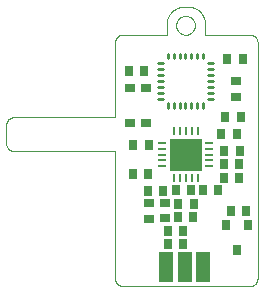
<source format=gtp>
G75*
%MOIN*%
%OFA0B0*%
%FSLAX25Y25*%
%IPPOS*%
%LPD*%
%AMOC8*
5,1,8,0,0,1.08239X$1,22.5*
%
%ADD10C,0.00000*%
%ADD11R,0.10630X0.10630*%
%ADD12R,0.02756X0.00984*%
%ADD13R,0.00984X0.02756*%
%ADD14R,0.02756X0.03543*%
%ADD15R,0.03543X0.02756*%
%ADD16R,0.03425X0.03071*%
%ADD17R,0.05000X0.10000*%
%ADD18R,0.03150X0.03543*%
%ADD19C,0.00886*%
D10*
X0060095Y0064000D02*
X0060095Y0106500D01*
X0026345Y0106500D01*
X0026247Y0106502D01*
X0026149Y0106508D01*
X0026051Y0106517D01*
X0025954Y0106531D01*
X0025857Y0106548D01*
X0025761Y0106569D01*
X0025666Y0106594D01*
X0025572Y0106622D01*
X0025480Y0106655D01*
X0025388Y0106690D01*
X0025298Y0106730D01*
X0025210Y0106772D01*
X0025123Y0106819D01*
X0025039Y0106868D01*
X0024956Y0106921D01*
X0024876Y0106977D01*
X0024797Y0107037D01*
X0024721Y0107099D01*
X0024648Y0107164D01*
X0024577Y0107232D01*
X0024509Y0107303D01*
X0024444Y0107376D01*
X0024382Y0107452D01*
X0024322Y0107531D01*
X0024266Y0107611D01*
X0024213Y0107694D01*
X0024164Y0107778D01*
X0024117Y0107865D01*
X0024075Y0107953D01*
X0024035Y0108043D01*
X0024000Y0108135D01*
X0023967Y0108227D01*
X0023939Y0108321D01*
X0023914Y0108416D01*
X0023893Y0108512D01*
X0023876Y0108609D01*
X0023862Y0108706D01*
X0023853Y0108804D01*
X0023847Y0108902D01*
X0023845Y0109000D01*
X0023845Y0115250D01*
X0023847Y0115348D01*
X0023853Y0115446D01*
X0023862Y0115544D01*
X0023876Y0115641D01*
X0023893Y0115738D01*
X0023914Y0115834D01*
X0023939Y0115929D01*
X0023967Y0116023D01*
X0024000Y0116115D01*
X0024035Y0116207D01*
X0024075Y0116297D01*
X0024117Y0116385D01*
X0024164Y0116472D01*
X0024213Y0116556D01*
X0024266Y0116639D01*
X0024322Y0116719D01*
X0024382Y0116798D01*
X0024444Y0116874D01*
X0024509Y0116947D01*
X0024577Y0117018D01*
X0024648Y0117086D01*
X0024721Y0117151D01*
X0024797Y0117213D01*
X0024876Y0117273D01*
X0024956Y0117329D01*
X0025039Y0117382D01*
X0025123Y0117431D01*
X0025210Y0117478D01*
X0025298Y0117520D01*
X0025388Y0117560D01*
X0025480Y0117595D01*
X0025572Y0117628D01*
X0025666Y0117656D01*
X0025761Y0117681D01*
X0025857Y0117702D01*
X0025954Y0117719D01*
X0026051Y0117733D01*
X0026149Y0117742D01*
X0026247Y0117748D01*
X0026345Y0117750D01*
X0060095Y0117750D01*
X0060095Y0142750D01*
X0060097Y0142848D01*
X0060103Y0142946D01*
X0060112Y0143044D01*
X0060126Y0143141D01*
X0060143Y0143238D01*
X0060164Y0143334D01*
X0060189Y0143429D01*
X0060217Y0143523D01*
X0060250Y0143615D01*
X0060285Y0143707D01*
X0060325Y0143797D01*
X0060367Y0143885D01*
X0060414Y0143972D01*
X0060463Y0144056D01*
X0060516Y0144139D01*
X0060572Y0144219D01*
X0060632Y0144298D01*
X0060694Y0144374D01*
X0060759Y0144447D01*
X0060827Y0144518D01*
X0060898Y0144586D01*
X0060971Y0144651D01*
X0061047Y0144713D01*
X0061126Y0144773D01*
X0061206Y0144829D01*
X0061289Y0144882D01*
X0061373Y0144931D01*
X0061460Y0144978D01*
X0061548Y0145020D01*
X0061638Y0145060D01*
X0061730Y0145095D01*
X0061822Y0145128D01*
X0061916Y0145156D01*
X0062011Y0145181D01*
X0062107Y0145202D01*
X0062204Y0145219D01*
X0062301Y0145233D01*
X0062399Y0145242D01*
X0062497Y0145248D01*
X0062595Y0145250D01*
X0077283Y0145250D01*
X0077283Y0148183D01*
X0077282Y0148182D02*
X0077272Y0148334D01*
X0077266Y0148485D01*
X0077264Y0148637D01*
X0077266Y0148789D01*
X0077271Y0148941D01*
X0077280Y0149092D01*
X0077293Y0149243D01*
X0077310Y0149394D01*
X0077331Y0149545D01*
X0077356Y0149695D01*
X0077384Y0149844D01*
X0077416Y0149992D01*
X0077452Y0150140D01*
X0077491Y0150286D01*
X0077535Y0150432D01*
X0077582Y0150576D01*
X0077632Y0150719D01*
X0077686Y0150861D01*
X0077744Y0151001D01*
X0077805Y0151140D01*
X0077870Y0151277D01*
X0077939Y0151413D01*
X0078010Y0151547D01*
X0078085Y0151679D01*
X0078164Y0151809D01*
X0078245Y0151937D01*
X0078330Y0152063D01*
X0078418Y0152186D01*
X0078509Y0152308D01*
X0078603Y0152427D01*
X0078701Y0152544D01*
X0078801Y0152658D01*
X0078904Y0152769D01*
X0079009Y0152878D01*
X0079118Y0152984D01*
X0079229Y0153088D01*
X0079343Y0153188D01*
X0079459Y0153286D01*
X0079577Y0153381D01*
X0079698Y0153473D01*
X0079822Y0153561D01*
X0079947Y0153647D01*
X0080075Y0153729D01*
X0080204Y0153808D01*
X0080336Y0153883D01*
X0080469Y0153956D01*
X0080605Y0154025D01*
X0080742Y0154090D01*
X0080880Y0154152D01*
X0081020Y0154210D01*
X0081162Y0154265D01*
X0081305Y0154316D01*
X0081449Y0154364D01*
X0081594Y0154408D01*
X0081741Y0154448D01*
X0081888Y0154485D01*
X0082036Y0154518D01*
X0082185Y0154547D01*
X0082335Y0154572D01*
X0082485Y0154593D01*
X0082636Y0154611D01*
X0082787Y0154625D01*
X0084151Y0154625D01*
X0084302Y0154627D01*
X0084454Y0154625D01*
X0084605Y0154619D01*
X0084757Y0154610D01*
X0084908Y0154596D01*
X0085058Y0154578D01*
X0085208Y0154556D01*
X0085358Y0154531D01*
X0085506Y0154501D01*
X0085654Y0154468D01*
X0085801Y0154431D01*
X0085947Y0154390D01*
X0086092Y0154345D01*
X0086235Y0154296D01*
X0086378Y0154244D01*
X0086518Y0154188D01*
X0086658Y0154128D01*
X0086795Y0154065D01*
X0086931Y0153998D01*
X0087066Y0153928D01*
X0087198Y0153854D01*
X0087328Y0153776D01*
X0087457Y0153695D01*
X0087583Y0153611D01*
X0087706Y0153524D01*
X0087828Y0153433D01*
X0087947Y0153340D01*
X0088064Y0153243D01*
X0088178Y0153143D01*
X0088289Y0153040D01*
X0088398Y0152934D01*
X0088504Y0152826D01*
X0088607Y0152715D01*
X0088707Y0152601D01*
X0088804Y0152484D01*
X0088898Y0152365D01*
X0088988Y0152244D01*
X0089076Y0152120D01*
X0089160Y0151994D01*
X0089241Y0151866D01*
X0089319Y0151736D01*
X0089393Y0151604D01*
X0089464Y0151470D01*
X0089531Y0151334D01*
X0089595Y0151196D01*
X0089654Y0151057D01*
X0089711Y0150916D01*
X0089763Y0150774D01*
X0089812Y0150631D01*
X0089857Y0150486D01*
X0089898Y0150340D01*
X0089936Y0150193D01*
X0089970Y0150045D01*
X0089999Y0149897D01*
X0090025Y0149747D01*
X0090047Y0149597D01*
X0090065Y0149447D01*
X0090079Y0149296D01*
X0090089Y0149145D01*
X0090095Y0148993D01*
X0090095Y0145250D01*
X0105095Y0145250D01*
X0105193Y0145248D01*
X0105291Y0145242D01*
X0105389Y0145233D01*
X0105486Y0145219D01*
X0105583Y0145202D01*
X0105679Y0145181D01*
X0105774Y0145156D01*
X0105868Y0145128D01*
X0105960Y0145095D01*
X0106052Y0145060D01*
X0106142Y0145020D01*
X0106230Y0144978D01*
X0106317Y0144931D01*
X0106401Y0144882D01*
X0106484Y0144829D01*
X0106564Y0144773D01*
X0106643Y0144713D01*
X0106719Y0144651D01*
X0106792Y0144586D01*
X0106863Y0144518D01*
X0106931Y0144447D01*
X0106996Y0144374D01*
X0107058Y0144298D01*
X0107118Y0144219D01*
X0107174Y0144139D01*
X0107227Y0144056D01*
X0107276Y0143972D01*
X0107323Y0143885D01*
X0107365Y0143797D01*
X0107405Y0143707D01*
X0107440Y0143615D01*
X0107473Y0143523D01*
X0107501Y0143429D01*
X0107526Y0143334D01*
X0107547Y0143238D01*
X0107564Y0143141D01*
X0107578Y0143044D01*
X0107587Y0142946D01*
X0107593Y0142848D01*
X0107595Y0142750D01*
X0107595Y0063989D01*
X0107596Y0063990D02*
X0107593Y0063891D01*
X0107587Y0063793D01*
X0107576Y0063695D01*
X0107562Y0063598D01*
X0107544Y0063502D01*
X0107522Y0063406D01*
X0107497Y0063311D01*
X0107467Y0063217D01*
X0107435Y0063124D01*
X0107398Y0063033D01*
X0107358Y0062943D01*
X0107315Y0062855D01*
X0107268Y0062769D01*
X0107217Y0062684D01*
X0107164Y0062602D01*
X0107107Y0062522D01*
X0107047Y0062444D01*
X0106984Y0062368D01*
X0106919Y0062295D01*
X0106850Y0062225D01*
X0106779Y0062157D01*
X0106705Y0062092D01*
X0106629Y0062030D01*
X0106550Y0061971D01*
X0106469Y0061915D01*
X0106386Y0061863D01*
X0106301Y0061814D01*
X0106214Y0061768D01*
X0106125Y0061725D01*
X0106035Y0061686D01*
X0105944Y0061651D01*
X0105851Y0061619D01*
X0105756Y0061591D01*
X0105661Y0061567D01*
X0105565Y0061546D01*
X0105468Y0061529D01*
X0105371Y0061516D01*
X0105273Y0061507D01*
X0105175Y0061502D01*
X0105077Y0061500D01*
X0105076Y0061500D02*
X0062595Y0061500D01*
X0062497Y0061502D01*
X0062399Y0061508D01*
X0062301Y0061517D01*
X0062204Y0061531D01*
X0062107Y0061548D01*
X0062011Y0061569D01*
X0061916Y0061594D01*
X0061822Y0061622D01*
X0061730Y0061655D01*
X0061638Y0061690D01*
X0061548Y0061730D01*
X0061460Y0061772D01*
X0061373Y0061819D01*
X0061289Y0061868D01*
X0061206Y0061921D01*
X0061126Y0061977D01*
X0061047Y0062037D01*
X0060971Y0062099D01*
X0060898Y0062164D01*
X0060827Y0062232D01*
X0060759Y0062303D01*
X0060694Y0062376D01*
X0060632Y0062452D01*
X0060572Y0062531D01*
X0060516Y0062611D01*
X0060463Y0062694D01*
X0060414Y0062778D01*
X0060367Y0062865D01*
X0060325Y0062953D01*
X0060285Y0063043D01*
X0060250Y0063135D01*
X0060217Y0063227D01*
X0060189Y0063321D01*
X0060164Y0063416D01*
X0060143Y0063512D01*
X0060126Y0063609D01*
X0060112Y0063706D01*
X0060103Y0063804D01*
X0060097Y0063902D01*
X0060095Y0064000D01*
X0080470Y0148388D02*
X0080472Y0148500D01*
X0080478Y0148611D01*
X0080488Y0148722D01*
X0080502Y0148833D01*
X0080520Y0148943D01*
X0080541Y0149052D01*
X0080567Y0149161D01*
X0080597Y0149268D01*
X0080630Y0149375D01*
X0080667Y0149480D01*
X0080708Y0149584D01*
X0080752Y0149686D01*
X0080801Y0149787D01*
X0080852Y0149886D01*
X0080907Y0149983D01*
X0080966Y0150078D01*
X0081028Y0150170D01*
X0081093Y0150261D01*
X0081162Y0150349D01*
X0081233Y0150434D01*
X0081308Y0150517D01*
X0081385Y0150598D01*
X0081466Y0150675D01*
X0081549Y0150750D01*
X0081634Y0150821D01*
X0081722Y0150890D01*
X0081813Y0150955D01*
X0081905Y0151017D01*
X0082000Y0151076D01*
X0082097Y0151131D01*
X0082196Y0151182D01*
X0082297Y0151231D01*
X0082399Y0151275D01*
X0082503Y0151316D01*
X0082608Y0151353D01*
X0082715Y0151386D01*
X0082822Y0151416D01*
X0082931Y0151442D01*
X0083040Y0151463D01*
X0083150Y0151481D01*
X0083261Y0151495D01*
X0083372Y0151505D01*
X0083483Y0151511D01*
X0083595Y0151513D01*
X0083707Y0151511D01*
X0083818Y0151505D01*
X0083929Y0151495D01*
X0084040Y0151481D01*
X0084150Y0151463D01*
X0084259Y0151442D01*
X0084368Y0151416D01*
X0084475Y0151386D01*
X0084582Y0151353D01*
X0084687Y0151316D01*
X0084791Y0151275D01*
X0084893Y0151231D01*
X0084994Y0151182D01*
X0085093Y0151131D01*
X0085190Y0151076D01*
X0085285Y0151017D01*
X0085377Y0150955D01*
X0085468Y0150890D01*
X0085556Y0150821D01*
X0085641Y0150750D01*
X0085724Y0150675D01*
X0085805Y0150598D01*
X0085882Y0150517D01*
X0085957Y0150434D01*
X0086028Y0150349D01*
X0086097Y0150261D01*
X0086162Y0150170D01*
X0086224Y0150078D01*
X0086283Y0149983D01*
X0086338Y0149886D01*
X0086389Y0149787D01*
X0086438Y0149686D01*
X0086482Y0149584D01*
X0086523Y0149480D01*
X0086560Y0149375D01*
X0086593Y0149268D01*
X0086623Y0149161D01*
X0086649Y0149052D01*
X0086670Y0148943D01*
X0086688Y0148833D01*
X0086702Y0148722D01*
X0086712Y0148611D01*
X0086718Y0148500D01*
X0086720Y0148388D01*
X0086718Y0148276D01*
X0086712Y0148165D01*
X0086702Y0148054D01*
X0086688Y0147943D01*
X0086670Y0147833D01*
X0086649Y0147724D01*
X0086623Y0147615D01*
X0086593Y0147508D01*
X0086560Y0147401D01*
X0086523Y0147296D01*
X0086482Y0147192D01*
X0086438Y0147090D01*
X0086389Y0146989D01*
X0086338Y0146890D01*
X0086283Y0146793D01*
X0086224Y0146698D01*
X0086162Y0146606D01*
X0086097Y0146515D01*
X0086028Y0146427D01*
X0085957Y0146342D01*
X0085882Y0146259D01*
X0085805Y0146178D01*
X0085724Y0146101D01*
X0085641Y0146026D01*
X0085556Y0145955D01*
X0085468Y0145886D01*
X0085377Y0145821D01*
X0085285Y0145759D01*
X0085190Y0145700D01*
X0085093Y0145645D01*
X0084994Y0145594D01*
X0084893Y0145545D01*
X0084791Y0145501D01*
X0084687Y0145460D01*
X0084582Y0145423D01*
X0084475Y0145390D01*
X0084368Y0145360D01*
X0084259Y0145334D01*
X0084150Y0145313D01*
X0084040Y0145295D01*
X0083929Y0145281D01*
X0083818Y0145271D01*
X0083707Y0145265D01*
X0083595Y0145263D01*
X0083483Y0145265D01*
X0083372Y0145271D01*
X0083261Y0145281D01*
X0083150Y0145295D01*
X0083040Y0145313D01*
X0082931Y0145334D01*
X0082822Y0145360D01*
X0082715Y0145390D01*
X0082608Y0145423D01*
X0082503Y0145460D01*
X0082399Y0145501D01*
X0082297Y0145545D01*
X0082196Y0145594D01*
X0082097Y0145645D01*
X0082000Y0145700D01*
X0081905Y0145759D01*
X0081813Y0145821D01*
X0081722Y0145886D01*
X0081634Y0145955D01*
X0081549Y0146026D01*
X0081466Y0146101D01*
X0081385Y0146178D01*
X0081308Y0146259D01*
X0081233Y0146342D01*
X0081162Y0146427D01*
X0081093Y0146515D01*
X0081028Y0146606D01*
X0080966Y0146698D01*
X0080907Y0146793D01*
X0080852Y0146890D01*
X0080801Y0146989D01*
X0080752Y0147090D01*
X0080708Y0147192D01*
X0080667Y0147296D01*
X0080630Y0147401D01*
X0080597Y0147508D01*
X0080567Y0147615D01*
X0080541Y0147724D01*
X0080520Y0147833D01*
X0080502Y0147943D01*
X0080488Y0148054D01*
X0080478Y0148165D01*
X0080472Y0148276D01*
X0080470Y0148388D01*
D11*
X0083648Y0105329D03*
D12*
X0075892Y0105329D03*
X0075892Y0107297D03*
X0075892Y0109266D03*
X0075892Y0103360D03*
X0075892Y0101392D03*
X0091404Y0101392D03*
X0091404Y0103360D03*
X0091404Y0105329D03*
X0091404Y0107297D03*
X0091404Y0109266D03*
D13*
X0087585Y0113085D03*
X0085617Y0113085D03*
X0083648Y0113085D03*
X0081680Y0113085D03*
X0079711Y0113085D03*
X0079711Y0097573D03*
X0081680Y0097573D03*
X0083648Y0097573D03*
X0085617Y0097573D03*
X0087585Y0097573D03*
D14*
X0089338Y0093584D03*
X0085457Y0093535D03*
X0086263Y0088862D03*
X0086091Y0084589D03*
X0082852Y0079893D03*
X0082704Y0075538D03*
X0077586Y0075538D03*
X0077734Y0079893D03*
X0080973Y0084589D03*
X0081145Y0088862D03*
X0080339Y0093535D03*
X0076177Y0093247D03*
X0071059Y0093247D03*
X0071188Y0098927D03*
X0066070Y0098927D03*
X0066241Y0108522D03*
X0071360Y0108522D03*
X0069842Y0133063D03*
X0064724Y0133063D03*
X0094456Y0093584D03*
X0096330Y0097509D03*
X0096355Y0102132D03*
X0096530Y0106575D03*
X0095543Y0112258D03*
X0096911Y0117750D03*
X0100661Y0112258D03*
X0101648Y0106575D03*
X0101473Y0102132D03*
X0101448Y0097509D03*
X0103904Y0086500D03*
X0098786Y0086500D03*
X0102029Y0117750D03*
X0102617Y0137263D03*
X0097499Y0137263D03*
D15*
X0100408Y0129684D03*
X0100408Y0124566D03*
X0076826Y0089322D03*
X0076826Y0084204D03*
X0071395Y0083916D03*
X0071395Y0089034D03*
D16*
X0070442Y0115722D03*
X0065088Y0115722D03*
X0065088Y0127652D03*
X0070442Y0127652D03*
D17*
X0076920Y0067675D03*
X0083258Y0067725D03*
X0089570Y0067675D03*
D18*
X0096967Y0081712D03*
X0100708Y0073444D03*
X0104448Y0081712D03*
D19*
X0089485Y0120823D02*
X0089485Y0122398D01*
X0087516Y0122398D02*
X0087516Y0120823D01*
X0085548Y0120823D02*
X0085548Y0122398D01*
X0083579Y0122398D02*
X0083579Y0120823D01*
X0081611Y0120823D02*
X0081611Y0122398D01*
X0079642Y0122398D02*
X0079642Y0120823D01*
X0077674Y0120823D02*
X0077674Y0122398D01*
X0076099Y0123973D02*
X0074524Y0123973D01*
X0074524Y0125941D02*
X0076099Y0125941D01*
X0076099Y0127910D02*
X0074524Y0127910D01*
X0074524Y0129878D02*
X0076099Y0129878D01*
X0076099Y0131847D02*
X0074524Y0131847D01*
X0074524Y0133815D02*
X0076099Y0133815D01*
X0076099Y0135784D02*
X0074524Y0135784D01*
X0077674Y0137359D02*
X0077674Y0138933D01*
X0079642Y0138933D02*
X0079642Y0137359D01*
X0081611Y0137359D02*
X0081611Y0138933D01*
X0083579Y0138933D02*
X0083579Y0137359D01*
X0085548Y0137359D02*
X0085548Y0138933D01*
X0087516Y0138933D02*
X0087516Y0137359D01*
X0089485Y0137359D02*
X0089485Y0138933D01*
X0091060Y0135784D02*
X0092635Y0135784D01*
X0092635Y0133815D02*
X0091060Y0133815D01*
X0091060Y0131847D02*
X0092635Y0131847D01*
X0092635Y0129878D02*
X0091060Y0129878D01*
X0091060Y0127910D02*
X0092635Y0127910D01*
X0092635Y0125941D02*
X0091060Y0125941D01*
X0091060Y0123973D02*
X0092635Y0123973D01*
M02*

</source>
